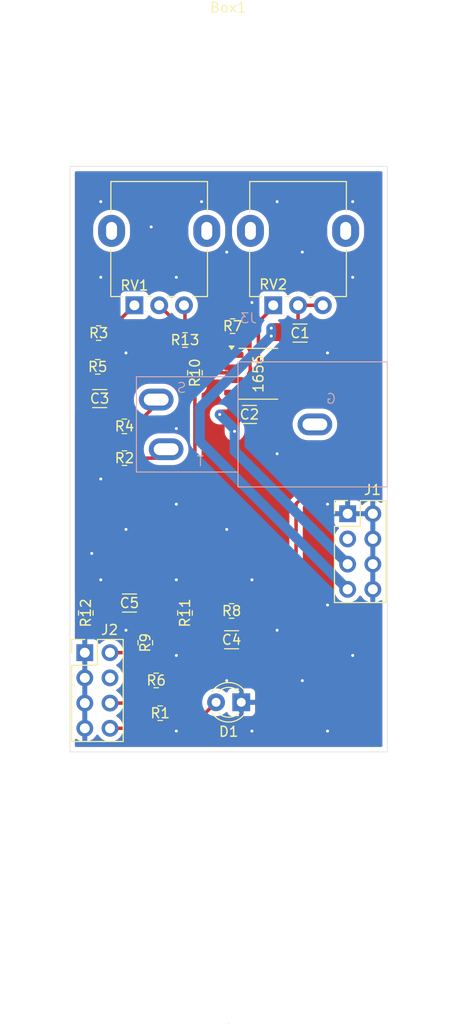
<source format=kicad_pcb>
(kicad_pcb (version 20240108) (generator "pcbnew") (generator_version "8.0")
  (layers (0 "F.Cu" jumper) (1 "In1.Cu" signal) (2 "In2.Cu" signal) (31 "B.Cu" signal) (34 "B.Paste" user) (35 "F.Paste" user) (36 "B.SilkS" user "B.Silkscreen") (37 "F.SilkS" user "F.Silkscreen") (38 "B.Mask" user) (39 "F.Mask" user) (44 "Edge.Cuts" user))
  (net 0 "")
  (net 1 "GND")
  (net 2 "VIN")
  (net 3 "+V")
  (net 4 "-V")
  (net 5 "LED")
  (net 6 "IN^{EFF}")
  (net 7 "Net-(U1B-OUT)")
  (net 8 "Net-(R3-Pad2)")
  (net 9 "Net-(C4-Pad2)")
  (net 10 "Net-(C3-Pad1)")
  (net 11 "Net-(D1-A)")
  (net 12 "Net-(C5-Pad2)")
  (net 13 "Net-(C5-Pad1)")
  (net 14 "Net-(C3-Pad2)")
  (net 15 "IN^{RAW}")
  (net 16 "OUT^{EFF}")
  (net 17 "IN^{2}")
  (net 18 "Net-(U1B--)")
  (net 19 "Net-(U1A-OUT)")
  (net 20 "Net-(R10-Pad2)")
  (net 21 "Net-(U1A--)")
  (net 22 "GND2")
  (footprint "Resistor_SMD:R_0805_2012Metric_Pad1.20x1.40mm_HandSolder" (layer "F.Cu") (at 185.6 109 -90)
    (property "Reference" "R12" (at 0 0 90) (layer "F.SilkS"))
    (property "Value" "470k")
    (fp_line (start -0.227064 0.735) (end 0.227064 0.735) (stroke (width 0.12)) (layer "F.SilkS"))
    (fp_line (start -0.227064 -0.735) (end 0.227064 -0.735) (stroke (width 0.12)) (layer "F.SilkS"))
    (pad "1" smd roundrect (at -1 0 270) (size 1.2 1.4) (layers "F.Cu" "F.Paste" "F.Mask") (roundrect_rratio 0.208333) (net 12 "Net-(C5-Pad2)"))
    (pad "2" smd roundrect (at 1 0 270) (size 1.2 1.4) (layers "F.Cu" "F.Paste" "F.Mask") (roundrect_rratio 0.208333) (net 1 "GND"))
  )
  (footprint "Resistor_SMD:R_0805_2012Metric_Pad1.20x1.40mm_HandSolder" (layer "F.Cu") (at 191.6 112 90)
    (property "Reference" "R9" (at 0 0 90) (layer "F.SilkS"))
    (property "Value" "10k")
    (fp_line (start -0.227064 -0.735) (end 0.227064 -0.735) (stroke (width 0.12)) (layer "F.SilkS"))
    (fp_line (start -0.227064 0.735) (end 0.227064 0.735) (stroke (width 0.12)) (layer "F.SilkS"))
    (pad "1" smd roundrect (at -1 0 90) (size 1.2 1.4) (layers "F.Cu" "F.Paste" "F.Mask") (roundrect_rratio 0.208333) (net 15 "IN^{RAW}"))
    (pad "2" smd roundrect (at 1 0 90) (size 1.2 1.4) (layers "F.Cu" "F.Paste" "F.Mask") (roundrect_rratio 0.208333) (net 13 "Net-(C5-Pad1)"))
  )
  (footprint "Capacitor_SMD:C_1206_3216Metric_Pad1.33x1.80mm_HandSolder" (layer "F.Cu") (at 190 108 180)
    (property "Reference" "C5" (at 0 0 0) (layer "F.SilkS"))
    (property "Value" "0.1uF")
    (fp_line (start -0.711252 0.91) (end 0.711252 0.91) (stroke (width 0.12)) (layer "F.SilkS"))
    (fp_line (start -0.711252 -0.91) (end 0.711252 -0.91) (stroke (width 0.12)) (layer "F.SilkS"))
    (pad "1" smd roundrect (at -1.5625 0 180) (size 1.325 1.8) (layers "F.Cu" "F.Paste" "F.Mask") (roundrect_rratio 0.188679) (net 13 "Net-(C5-Pad1)"))
    (pad "2" smd roundrect (at 1.5625 0 180) (size 1.325 1.8) (layers "F.Cu" "F.Paste" "F.Mask") (roundrect_rratio 0.188679) (net 12 "Net-(C5-Pad2)"))
  )
  (footprint "Capacitor_SMD:C_1206_3216Metric_Pad1.33x1.80mm_HandSolder" (layer "F.Cu") (at 207.2 80.8)
    (property "Reference" "C1" (at 0 0 0) (layer "F.SilkS"))
    (property "Value" "0.1uF")
    (fp_line (start -0.711252 -0.91) (end 0.711252 -0.91) (stroke (width 0.12)) (layer "F.SilkS"))
    (fp_line (start -0.711252 0.91) (end 0.711252 0.91) (stroke (width 0.12)) (layer "F.SilkS"))
    (pad "1" smd roundrect (at -1.5625 0) (size 1.325 1.8) (layers "F.Cu" "F.Paste" "F.Mask") (roundrect_rratio 0.188679) (net 3 "+V"))
    (pad "2" smd roundrect (at 1.5625 0) (size 1.325 1.8) (layers "F.Cu" "F.Paste" "F.Mask") (roundrect_rratio 0.188679) (net 1 "GND"))
  )
  (footprint "Resistor_SMD:R_0805_2012Metric_Pad1.20x1.40mm_HandSolder" (layer "F.Cu") (at 186.9 80.8)
    (property "Reference" "R3" (at 0 0 0) (layer "F.SilkS"))
    (property "Value" "10k")
    (fp_line (start -0.227064 -0.735) (end 0.227064 -0.735) (stroke (width 0.12)) (layer "F.SilkS"))
    (fp_line (start -0.227064 0.735) (end 0.227064 0.735) (stroke (width 0.12)) (layer "F.SilkS"))
    (pad "1" smd roundrect (at -1 0) (size 1.2 1.4) (layers "F.Cu" "F.Paste" "F.Mask") (roundrect_rratio 0.208333) (net 14 "Net-(C3-Pad2)"))
    (pad "2" smd roundrect (at 1 0) (size 1.2 1.4) (layers "F.Cu" "F.Paste" "F.Mask") (roundrect_rratio 0.208333) (net 8 "Net-(R3-Pad2)"))
  )
  (footprint "Connector_PinHeader_2.54mm:PinHeader_2x04_P2.54mm_Vertical" (layer "F.Cu") (at 185.5 113)
    (property "Reference" "J2" (at 2.5 -2.3 0) (layer "F.SilkS"))
    (property "Value" "Conn_02x04_Odd_Even")
    (fp_line (start -1.33 -1.33) (end 0 -1.33) (stroke (width 0.12)) (layer "F.SilkS"))
    (fp_line (start -1.33 0) (end -1.33 -1.33) (stroke (width 0.12)) (layer "F.SilkS"))
    (fp_line (start -1.33 1.27) (end -1.33 8.95) (stroke (width 0.12)) (layer "F.SilkS"))
    (fp_line (start -1.33 1.27) (end 1.27 1.27) (stroke (width 0.12)) (layer "F.SilkS"))
    (fp_line (start -1.33 8.95) (end 3.87 8.95) (stroke (width 0.12)) (layer "F.SilkS"))
    (fp_line (start 1.27 -1.33) (end 3.87 -1.33) (stroke (width 0.12)) (layer "F.SilkS"))
    (fp_line (start 1.27 1.27) (end 1.27 -1.33) (stroke (width 0.12)) (layer "F.SilkS"))
    (fp_line (start 3.87 -1.33) (end 3.87 8.95) (stroke (width 0.12)) (layer "F.SilkS"))
    (pad "1" thru_hole rect (at 0 0) (size 1.7 1.7) (drill 1) (layers "*.Cu" "*.Mask" "In3.Cu" "In4.Cu" "In5.Cu" "In6.Cu" "In7.Cu" "In8.Cu" "In9.Cu" "In10.Cu" "In11.Cu" "In12.Cu" "In13.Cu" "In14.Cu" "In15.Cu" "In16.Cu" "In17.Cu" "In18.Cu" "In19.Cu" "In20.Cu" "In21.Cu" "In22.Cu" "In23.Cu" "In24.Cu" "In25.Cu" "In26.Cu" "In27.Cu" "In28.Cu" "In29.Cu" "In30.Cu") (net 1 "GND"))
    (pad "2" thru_hole oval (at 2.54 0) (size 1.7 1.7) (drill 1) (layers "*.Cu" "*.Mask" "In3.Cu" "In4.Cu" "In5.Cu" "In6.Cu" "In7.Cu" "In8.Cu" "In9.Cu" "In10.Cu" "In11.Cu" "In12.Cu" "In13.Cu" "In14.Cu" "In15.Cu" "In16.Cu" "In17.Cu" "In18.Cu" "In19.Cu" "In20.Cu" "In21.Cu" "In22.Cu" "In23.Cu" "In24.Cu" "In25.Cu" "In26.Cu" "In27.Cu" "In28.Cu" "In29.Cu" "In30.Cu") (net 15 "IN^{RAW}"))
    (pad "3" thru_hole oval (at 0 2.54) (size 1.7 1.7) (drill 1) (layers "*.Cu" "*.Mask" "In3.Cu" "In4.Cu" "In5.Cu" "In6.Cu" "In7.Cu" "In8.Cu" "In9.Cu" "In10.Cu" "In11.Cu" "In12.Cu" "In13.Cu" "In14.Cu" "In15.Cu" "In16.Cu" "In17.Cu" "In18.Cu" "In19.Cu" "In20.Cu" "In21.Cu" "In22.Cu" "In23.Cu" "In24.Cu" "In25.Cu" "In26.Cu" "In27.Cu" "In28.Cu" "In29.Cu" "In30.Cu") (net 1 "GND"))
    (pad "4" thru_hole oval (at 2.54 2.54) (size 1.7 1.7) (drill 1) (layers "*.Cu" "*.Mask" "In3.Cu" "In4.Cu" "In5.Cu" "In6.Cu" "In7.Cu" "In8.Cu" "In9.Cu" "In10.Cu" "In11.Cu" "In12.Cu" "In13.Cu" "In14.Cu" "In15.Cu" "In16.Cu" "In17.Cu" "In18.Cu" "In19.Cu" "In20.Cu" "In21.Cu" "In22.Cu" "In23.Cu" "In24.Cu" "In25.Cu" "In26.Cu" "In27.Cu" "In28.Cu" "In29.Cu" "In30.Cu") (net 6 "IN^{EFF}"))
    (pad "5" thru_hole oval (at 0 5.08) (size 1.7 1.7) (drill 1) (layers "*.Cu" "*.Mask" "In3.Cu" "In4.Cu" "In5.Cu" "In6.Cu" "In7.Cu" "In8.Cu" "In9.Cu" "In10.Cu" "In11.Cu" "In12.Cu" "In13.Cu" "In14.Cu" "In15.Cu" "In16.Cu" "In17.Cu" "In18.Cu" "In19.Cu" "In20.Cu" "In21.Cu" "In22.Cu" "In23.Cu" "In24.Cu" "In25.Cu" "In26.Cu" "In27.Cu" "In28.Cu" "In29.Cu" "In30.Cu") (net 1 "GND"))
    (pad "6" thru_hole oval (at 2.54 5.08) (size 1.7 1.7) (drill 1) (layers "*.Cu" "*.Mask" "In3.Cu" "In4.Cu" "In5.Cu" "In6.Cu" "In7.Cu" "In8.Cu" "In9.Cu" "In10.Cu" "In11.Cu" "In12.Cu" "In13.Cu" "In14.Cu" "In15.Cu" "In16.Cu" "In17.Cu" "In18.Cu" "In19.Cu" "In20.Cu" "In21.Cu" "In22.Cu" "In23.Cu" "In24.Cu" "In25.Cu" "In26.Cu" "In27.Cu" "In28.Cu" "In29.Cu" "In30.Cu") (net 16 "OUT^{EFF}"))
    (pad "7" thru_hole oval (at 0 7.62) (size 1.7 1.7) (drill 1) (layers "*.Cu" "*.Mask" "In3.Cu" "In4.Cu" "In5.Cu" "In6.Cu" "In7.Cu" "In8.Cu" "In9.Cu" "In10.Cu" "In11.Cu" "In12.Cu" "In13.Cu" "In14.Cu" "In15.Cu" "In16.Cu" "In17.Cu" "In18.Cu" "In19.Cu" "In20.Cu" "In21.Cu" "In22.Cu" "In23.Cu" "In24.Cu" "In25.Cu" "In26.Cu" "In27.Cu" "In28.Cu" "In29.Cu" "In30.Cu") (net 1 "GND"))
    (pad "8" thru_hole oval (at 2.54 7.62) (size 1.7 1.7) (drill 1) (layers "*.Cu" "*.Mask" "In3.Cu" "In4.Cu" "In5.Cu" "In6.Cu" "In7.Cu" "In8.Cu" "In9.Cu" "In10.Cu" "In11.Cu" "In12.Cu" "In13.Cu" "In14.Cu" "In15.Cu" "In16.Cu" "In17.Cu" "In18.Cu" "In19.Cu" "In20.Cu" "In21.Cu" "In22.Cu" "In23.Cu" "In24.Cu" "In25.Cu" "In26.Cu" "In27.Cu" "In28.Cu" "In29.Cu" "In30.Cu") (net 5 "LED"))
  )
  (footprint "Connector_PinHeader_2.54mm:PinHeader_2x04_P2.54mm_Vertical" (layer "F.Cu") (at 212 99)
    (property "Reference" "J1" (at 2.5 -2.4 0) (layer "F.SilkS"))
    (property "Value" "Conn_02x04_Odd_Even")
    (fp_line (start -1.33 -1.33) (end 0 -1.33) (stroke (width 0.12)) (layer "F.SilkS"))
    (fp_line (start -1.33 0) (end -1.33 -1.33) (stroke (width 0.12)) (layer "F.SilkS"))
    (fp_line (start -1.33 1.27) (end -1.33 8.95) (stroke (width 0.12)) (layer "F.SilkS"))
    (fp_line (start -1.33 1.27) (end 1.27 1.27) (stroke (width 0.12)) (layer "F.SilkS"))
    (fp_line (start -1.33 8.95) (end 3.87 8.95) (stroke (width 0.12)) (layer "F.SilkS"))
    (fp_line (start 1.27 -1.33) (end 3.87 -1.33) (stroke (width 0.12)) (layer "F.SilkS"))
    (fp_line (start 1.27 1.27) (end 1.27 -1.33) (stroke (width 0.12)) (layer "F.SilkS"))
    (fp_line (start 3.87 -1.33) (end 3.87 8.95) (stroke (width 0.12)) (layer "F.SilkS"))
    (pad "1" thru_hole rect (at 0 0) (size 1.7 1.7) (drill 1) (layers "*.Cu" "*.Mask" "In3.Cu" "In4.Cu" "In5.Cu" "In6.Cu" "In7.Cu" "In8.Cu" "In9.Cu" "In10.Cu" "In11.Cu" "In12.Cu" "In13.Cu" "In14.Cu" "In15.Cu" "In16.Cu" "In17.Cu" "In18.Cu" "In19.Cu" "In20.Cu" "In21.Cu" "In22.Cu" "In23.Cu" "In24.Cu" "In25.Cu" "In26.Cu" "In27.Cu" "In28.Cu" "In29.Cu" "In30.Cu") (net 1 "GND"))
    (pad "2" thru_hole oval (at 2.54 0) (size 1.7 1.7) (drill 1) (layers "*.Cu" "*.Mask" "In3.Cu" "In4.Cu" "In5.Cu" "In6.Cu" "In7.Cu" "In8.Cu" "In9.Cu" "In10.Cu" "In11.Cu" "In12.Cu" "In13.Cu" "In14.Cu" "In15.Cu" "In16.Cu" "In17.Cu" "In18.Cu" "In19.Cu" "In20.Cu" "In21.Cu" "In22.Cu" "In23.Cu" "In24.Cu" "In25.Cu" "In26.Cu" "In27.Cu" "In28.Cu" "In29.Cu" "In30.Cu") (net 1 "GND"))
    (pad "3" thru_hole oval (at 0 2.54) (size 1.7 1.7) (drill 1) (layers "*.Cu" "*.Mask" "In3.Cu" "In4.Cu" "In5.Cu" "In6.Cu" "In7.Cu" "In8.Cu" "In9.Cu" "In10.Cu" "In11.Cu" "In12.Cu" "In13.Cu" "In14.Cu" "In15.Cu" "In16.Cu" "In17.Cu" "In18.Cu" "In19.Cu" "In20.Cu" "In21.Cu" "In22.Cu" "In23.Cu" "In24.Cu" "In25.Cu" "In26.Cu" "In27.Cu" "In28.Cu" "In29.Cu" "In30.Cu") (net 2 "VIN"))
    (pad "4" thru_hole oval (at 2.54 2.54) (size 1.7 1.7) (drill 1) (layers "*.Cu" "*.Mask" "In3.Cu" "In4.Cu" "In5.Cu" "In6.Cu" "In7.Cu" "In8.Cu" "In9.Cu" "In10.Cu" "In11.Cu" "In12.Cu" "In13.Cu" "In14.Cu" "In15.Cu" "In16.Cu" "In17.Cu" "In18.Cu" "In19.Cu" "In20.Cu" "In21.Cu" "In22.Cu" "In23.Cu" "In24.Cu" "In25.Cu" "In26.Cu" "In27.Cu" "In28.Cu" "In29.Cu" "In30.Cu") (net 1 "GND"))
    (pad "5" thru_hole oval (at 0 5.08) (size 1.7 1.7) (drill 1) (layers "*.Cu" "*.Mask" "In3.Cu" "In4.Cu" "In5.Cu" "In6.Cu" "In7.Cu" "In8.Cu" "In9.Cu" "In10.Cu" "In11.Cu" "In12.Cu" "In13.Cu" "In14.Cu" "In15.Cu" "In16.Cu" "In17.Cu" "In18.Cu" "In19.Cu" "In20.Cu" "In21.Cu" "In22.Cu" "In23.Cu" "In24.Cu" "In25.Cu" "In26.Cu" "In27.Cu" "In28.Cu" "In29.Cu" "In30.Cu") (net 4 "-V"))
    (pad "6" thru_hole oval (at 2.54 5.08) (size 1.7 1.7) (drill 1) (layers "*.Cu" "*.Mask" "In3.Cu" "In4.Cu" "In5.Cu" "In6.Cu" "In7.Cu" "In8.Cu" "In9.Cu" "In10.Cu" "In11.Cu" "In12.Cu" "In13.Cu" "In14.Cu" "In15.Cu" "In16.Cu" "In17.Cu" "In18.Cu" "In19.Cu" "In20.Cu" "In21.Cu" "In22.Cu" "In23.Cu" "In24.Cu" "In25.Cu" "In26.Cu" "In27.Cu" "In28.Cu" "In29.Cu" "In30.Cu") (net 1 "GND"))
    (pad "7" thru_hole oval (at 0 7.62) (size 1.7 1.7) (drill 1) (layers "*.Cu" "*.Mask" "In3.Cu" "In4.Cu" "In5.Cu" "In6.Cu" "In7.Cu" "In8.Cu" "In9.Cu" "In10.Cu" "In11.Cu" "In12.Cu" "In13.Cu" "In14.Cu" "In15.Cu" "In16.Cu" "In17.Cu" "In18.Cu" "In19.Cu" "In20.Cu" "In21.Cu" "In22.Cu" "In23.Cu" "In24.Cu" "In25.Cu" "In26.Cu" "In27.Cu" "In28.Cu" "In29.Cu" "In30.Cu") (net 3 "+V"))
    (pad "8" thru_hole oval (at 2.54 7.62) (size 1.7 1.7) (drill 1) (layers "*.Cu" "*.Mask" "In3.Cu" "In4.Cu" "In5.Cu" "In6.Cu" "In7.Cu" "In8.Cu" "In9.Cu" "In10.Cu" "In11.Cu" "In12.Cu" "In13.Cu" "In14.Cu" "In15.Cu" "In16.Cu" "In17.Cu" "In18.Cu" "In19.Cu" "In20.Cu" "In21.Cu" "In22.Cu" "In23.Cu" "In24.Cu" "In25.Cu" "In26.Cu" "In27.Cu" "In28.Cu" "In29.Cu" "In30.Cu") (net 1 "GND"))
  )
  (footprint "Resistor_SMD:R_0805_2012Metric_Pad1.20x1.40mm_HandSolder" (layer "F.Cu") (at 200.3 108.8)
    (property "Reference" "R8" (at 0 0 0) (layer "F.SilkS"))
    (property "Value" "470k")
    (fp_line (start -0.227064 -0.735) (end 0.227064 -0.735) (stroke (width 0.12)) (layer "F.SilkS"))
    (fp_line (start -0.227064 0.735) (end 0.227064 0.735) (stroke (width 0.12)) (layer "F.SilkS"))
    (pad "1" smd roundrect (at -1 0) (size 1.2 1.4) (layers "F.Cu" "F.Paste" "F.Mask") (roundrect_rratio 0.208333) (net 9 "Net-(C4-Pad2)"))
    (pad "2" smd roundrect (at 1 0) (size 1.2 1.4) (layers "F.Cu" "F.Paste" "F.Mask") (roundrect_rratio 0.208333) (net 1 "GND"))
  )
  (footprint "Resistor_SMD:R_0805_2012Metric_Pad1.20x1.40mm_HandSolder" (layer "F.Cu") (at 192.7 115.8 180)
    (property "Reference" "R6" (at 0 0 0) (layer "F.SilkS"))
    (property "Value" "10k")
    (fp_line (start -0.227064 0.735) (end 0.227064 0.735) (stroke (width 0.12)) (layer "F.SilkS"))
    (fp_line (start -0.227064 -0.735) (end 0.227064 -0.735) (stroke (width 0.12)) (layer "F.SilkS"))
    (pad "1" smd roundrect (at -1 0 180) (size 1.2 1.4) (layers "F.Cu" "F.Paste" "F.Mask") (roundrect_rratio 0.208333) (net 9 "Net-(C4-Pad2)"))
    (pad "2" smd roundrect (at 1 0 180) (size 1.2 1.4) (layers "F.Cu" "F.Paste" "F.Mask") (roundrect_rratio 0.208333) (net 16 "OUT^{EFF}"))
  )
  (footprint "Mylib:1590A" (layer "F.Cu") (at 200 100)
    (property "Reference" "Box1" (at -0.05 -52 0) (layer "F.SilkS") (effects (font (thickness 0.1))))
    (property "Value" "1590A")
    (fp_line (start 0.05 50.375) (end 0.05 50.375) (stroke (width 0.1)) (layer "F.SilkS"))
  )
  (footprint "Resistor_SMD:R_0805_2012Metric_Pad1.20x1.40mm_HandSolder" (layer "F.Cu") (at 200.4 80.1)
    (property "Reference" "R7" (at 0 0 0) (layer "F.SilkS"))
    (property "Value" "10k")
    (fp_line (start -0.227064 -0.735) (end 0.227064 -0.735) (stroke (width 0.12)) (layer "F.SilkS"))
    (fp_line (start -0.227064 0.735) (end 0.227064 0.735) (stroke (width 0.12)) (layer "F.SilkS"))
    (pad "1" smd roundrect (at -1 0) (size 1.2 1.4) (layers "F.Cu" "F.Paste" "F.Mask") (roundrect_rratio 0.208333) (net 19 "Net-(U1A-OUT)"))
    (pad "2" smd roundrect (at 1 0) (size 1.2 1.4) (layers "F.Cu" "F.Paste" "F.Mask") (roundrect_rratio 0.208333) (net 18 "Net-(U1B--)"))
  )
  (footprint "Capacitor_SMD:C_1206_3216Metric_Pad1.33x1.80mm_HandSolder" (layer "F.Cu") (at 202.1 89)
    (property "Reference" "C2" (at 0 0 0) (layer "F.SilkS"))
    (property "Value" "0.1uF")
    (fp_line (start -0.711252 -0.91) (end 0.711252 -0.91) (stroke (width 0.12)) (layer "F.SilkS"))
    (fp_line (start -0.711252 0.91) (end 0.711252 0.91) (stroke (width 0.12)) (layer "F.SilkS"))
    (pad "1" smd roundrect (at -1.5625 0) (size 1.325 1.8) (layers "F.Cu" "F.Paste" "F.Mask") (roundrect_rratio 0.188679) (net 4 "-V"))
    (pad "2" smd roundrect (at 1.5625 0) (size 1.325 1.8) (layers "F.Cu" "F.Paste" "F.Mask") (roundrect_rratio 0.188679) (net 1 "GND"))
  )
  (footprint "Resistor_SMD:R_0805_2012Metric_Pad1.20x1.40mm_HandSolder" (layer "F.Cu") (at 195.6 81.5)
    (property "Reference" "R13" (at 0 0 0) (layer "F.SilkS"))
    (property "Value" "10k")
    (fp_line (start -0.227064 -0.735) (end 0.227064 -0.735) (stroke (width 0.12)) (layer "F.SilkS"))
    (fp_line (start -0.227064 0.735) (end 0.227064 0.735) (stroke (width 0.12)) (layer "F.SilkS"))
    (pad "1" smd roundrect (at -1 0) (size 1.2 1.4) (layers "F.Cu" "F.Paste" "F.Mask") (roundrect_rratio 0.208333) (net 21 "Net-(U1A--)"))
    (pad "2" smd roundrect (at 1 0) (size 1.2 1.4) (layers "F.Cu" "F.Paste" "F.Mask") (roundrect_rratio 0.208333) (net 19 "Net-(U1A-OUT)"))
  )
  (footprint "LED_THT:LED_D3.0mm" (layer "F.Cu") (at 201.275 118 180)
    (property "Reference" "D1" (at 1.27 -2.96 180) (layer "F.SilkS"))
    (property "Value" "LED")
    (fp_line (start -0.29 1.08) (end -0.29 1.236) (stroke (width 0.12)) (layer "F.SilkS"))
    (fp_line (start -0.29 -1.236) (end -0.29 -1.08) (stroke (width 0.12)) (layer "F.SilkS"))
    (fp_arc (start 2.941397 1.080061) (mid 1.365624 1.987701) (end -0.29 1.235516) (stroke (width 0.12)) (layer "F.SilkS"))
    (fp_arc (start 2.31091 1.080049) (mid 1.269964 1.5) (end 0.229039 1.08) (stroke (width 0.12)) (layer "F.SilkS"))
    (fp_arc (start 0.229039 -1.08) (mid 1.269964 -1.5) (end 2.31091 -1.080049) (stroke (width 0.12)) (layer "F.SilkS"))
    (fp_arc (start -0.29 -1.235516) (mid 1.365624 -1.987701) (end 2.941397 -1.080061) (stroke (width 0.12)) (layer "F.SilkS"))
    (pad "1" thru_hole rect (at 0 0 180) (size 1.8 1.8) (drill 0.9) (layers "*.Cu" "*.Mask" "In3.Cu" "In4.Cu" "In5.Cu" "In6.Cu" "In7.Cu" "In8.Cu" "In9.Cu" "In10.Cu" "In11.Cu" "In12.Cu" "In13.Cu" "In14.Cu" "In15.Cu" "In16.Cu" "In17.Cu" "In18.Cu" "In19.Cu" "In20.Cu" "In21.Cu" "In22.Cu" "In23.Cu" "In24.Cu" "In25.Cu" "In26.Cu" "In27.Cu" "In28.Cu" "In29.Cu" "In30.Cu") (net 1 "GND"))
    (pad "2" thru_hole circle (at 2.54 0 180) (size 1.8 1.8) (drill 0.9) (layers "*.Cu" "*.Mask" "In3.Cu" "In4.Cu" "In5.Cu" "In6.Cu" "In7.Cu" "In8.Cu" "In9.Cu" "In10.Cu" "In11.Cu" "In12.Cu" "In13.Cu" "In14.Cu" "In15.Cu" "In16.Cu" "In17.Cu" "In18.Cu" "In19.Cu" "In20.Cu" "In21.Cu" "In22.Cu" "In23.Cu" "In24.Cu" "In25.Cu" "In26.Cu" "In27.Cu" "In28.Cu" "In29.Cu" "In30.Cu") (net 11 "Net-(D1-A)"))
  )
  (footprint "Resistor_SMD:R_0805_2012Metric_Pad1.20x1.40mm_HandSolder" (layer "F.Cu") (at 189.5 90.2)
    (property "Reference" "R4" (at 0 0 0) (layer "F.SilkS"))
    (property "Value" "1M0")
    (fp_line (start -0.227064 -0.735) (end 0.227064 -0.735) (stroke (width 0.12)) (layer "F.SilkS"))
    (fp_line (start -0.227064 0.735) (end 0.227064 0.735) (stroke (width 0.12)) (layer "F.SilkS"))
    (pad "1" smd roundrect (at -1 0) (size 1.2 1.4) (layers "F.Cu" "F.Paste" "F.Mask") (roundrect_rratio 0.208333) (net 10 "Net-(C3-Pad1)"))
    (pad "2" smd roundrect (at 1 0) (size 1.2 1.4) (layers "F.Cu" "F.Paste" "F.Mask") (roundrect_rratio 0.208333) (net 22 "GND2"))
  )
  (footprint "Potentiometer_THT:Potentiometer_Alpha_RD901F-40-00D_Single_Vertical" (layer "F.Cu") (at 190.5 78 90)
    (property "Reference" "RV1" (at 2 0 180) (layer "F.SilkS"))
    (property "Value" "B10k")
    (fp_line (start 0.88 -2.38) (end 5.6 -2.38) (stroke (width 0.12)) (layer "F.SilkS"))
    (fp_line (start 9.41 -2.37) (end 12.47 -2.37) (stroke (width 0.12)) (layer "F.SilkS"))
    (fp_line (start 0.88 -1.19) (end 0.88 -2.37) (stroke (width 0.12)) (layer "F.SilkS"))
    (fp_line (start 0.88 1.71) (end 0.88 1.18) (stroke (width 0.12)) (layer "F.SilkS"))
    (fp_line (start 0.88 4.16) (end 0.88 3.33) (stroke (width 0.12)) (layer "F.SilkS"))
    (fp_line (start 12.47 7.37) (end 12.47 -2.37) (stroke (width 0.12)) (layer "F.SilkS"))
    (fp_line (start 9.41 7.37) (end 12.47 7.37) (stroke (width 0.12)) (layer "F.SilkS"))
    (fp_line (start 0.88 7.37) (end 0.88 5.88) (stroke (width 0.12)) (layer "F.SilkS"))
    (fp_line (start 0.88 7.37) (end 5.6 7.37) (stroke (width 0.12)) (layer "F.SilkS"))
    (pad "" thru_hole oval (at 7.5 -2.3 180) (size 2.72 3.24) (drill oval 1.1 1.8) (layers "*.Cu" "*.Mask" "In3.Cu" "In4.Cu" "In5.Cu" "In6.Cu" "In7.Cu" "In8.Cu" "In9.Cu" "In10.Cu" "In11.Cu" "In12.Cu" "In13.Cu" "In14.Cu" "In15.Cu" "In16.Cu" "In17.Cu" "In18.Cu" "In19.Cu" "In20.Cu" "In21.Cu" "In22.Cu" "In23.Cu" "In24.Cu" "In25.Cu" "In26.Cu" "In27.Cu" "In28.Cu" "In29.Cu" "In30.Cu"))
    (pad "" thru_hole oval (at 7.5 7.3 180) (size 2.72 3.24) (drill oval 1.1 1.8) (layers "*.Cu" "*.Mask" "In3.Cu" "In4.Cu" "In5.Cu" "In6.Cu" "In7.Cu" "In8.Cu" "In9.Cu" "In10.Cu" "In11.Cu" "In12.Cu" "In13.Cu" "In14.Cu" "In15.Cu" "In16.Cu" "In17.Cu" "In18.Cu" "In19.Cu" "In20.Cu" "In21.Cu" "In22.Cu" "In23.Cu" "In24.Cu" "In25.Cu" "In26.Cu" "In27.Cu" "In28.Cu" "In29.Cu" "In30.Cu"))
    (pad "1" thru_hole rect (at 0 0 180) (size 1.8 1.8) (drill 1) (layers "*.Cu" "*.Mask" "In3.Cu" "In4.Cu" "In5.Cu" "In6.Cu" "In7.Cu" "In8.Cu" "In9.Cu" "In10.Cu" "In11.Cu" "In12.Cu" "In13.Cu" "In14.Cu" "In15.Cu" "In16.Cu" "In17.Cu" "In18.Cu" "In19.Cu" "In20.Cu" "In21.Cu" "In22.Cu" "In23.Cu" "In24.Cu" "In25.Cu" "In26.Cu" "In27.Cu" "In28.Cu" "In29.Cu" "In30.Cu") (net 8 "Net-(R3-Pad2)"))
    (pad "2" thru_hole circle (at 0 2.5 180) (size 1.8 1.8) (drill 1) (layers "*.Cu" "*.Mask" "In3.Cu" "In4.Cu" "In5.Cu" "In6.Cu" "In7.Cu" "In8.Cu" "In9.Cu" "In10.Cu" "In11.Cu" "In12.Cu" "In13.Cu" "In14.Cu" "In15.Cu" "In16.Cu" "In17.Cu" "In18.Cu" "In19.Cu" "In20.Cu" "In21.Cu" "In22.Cu" "In23.Cu" "In24.Cu" "In25.Cu" "In26.Cu" "In27.Cu" "In28.Cu" "In29.Cu" "In30.Cu") (net 21 "Net-(U1A--)"))
    (pad "3" thru_hole circle (at 0 5 180) (size 1.8 1.8) (drill 1) (layers "*.Cu" "*.Mask" "In3.Cu" "In4.Cu" "In5.Cu" "In6.Cu" "In7.Cu" "In8.Cu" "In9.Cu" "In10.Cu" "In11.Cu" "In12.Cu" "In13.Cu" "In14.Cu" "In15.Cu" "In16.Cu" "In17.Cu" "In18.Cu" "In19.Cu" "In20.Cu" "In21.Cu" "In22.Cu" "In23.Cu" "In24.Cu" "In25.Cu" "In26.Cu" "In27.Cu" "In28.Cu" "In29.Cu" "In30.Cu") (net 20 "Net-(R10-Pad2)"))
  )
  (footprint "Potentiometer_THT:Potentiometer_Alpha_RD901F-40-00D_Single_Vertical" (layer "F.Cu") (at 204.5 78 90)
    (property "Reference" "RV2" (at 2.1 0 180) (layer "F.SilkS"))
    (property "Value" "A25k")
    (fp_line (start 0.88 -2.38) (end 5.6 -2.38) (stroke (width 0.12)) (layer "F.SilkS"))
    (fp_line (start 9.41 -2.37) (end 12.47 -2.37) (stroke (width 0.12)) (layer "F.SilkS"))
    (fp_line (start 0.88 -1.19) (end 0.88 -2.37) (stroke (width 0.12)) (layer "F.SilkS"))
    (fp_line (start 0.88 1.71) (end 0.88 1.18) (stroke (width 0.12)) (layer "F.SilkS"))
    (fp_line (start 0.88 4.16) (end 0.88 3.33) (stroke (width 0.12)) (layer "F.SilkS"))
    (fp_line (start 12.47 7.37) (end 12.47 -2.37) (stroke (width 0.12)) (layer "F.SilkS"))
    (fp_line (start 9.41 7.37) (end 12.47 7.37) (stroke (width 0.12)) (layer "F.SilkS"))
    (fp_line (start 0.88 7.37) (end 0.88 5.88) (stroke (width 0.12)) (layer "F.SilkS"))
    (fp_line (start 0.88 7.37) (end 5.6 7.37) (stroke (width 0.12)) (layer "F.SilkS"))
    (pad "" thru_hole oval (at 7.5 -2.3 180) (size 2.72 3.24) (drill oval 1.1 1.8) (layers "*.Cu" "*.Mask" "In3.Cu" "In4.Cu" "In5.Cu" "In6.Cu" "In7.Cu" "In8.Cu" "In9.Cu" "In10.Cu" "In11.Cu" "In12.Cu" "In13.Cu" "In14.Cu" "In15.Cu" "In16.Cu" "In17.Cu" "In18.Cu" "In19.Cu" "In20.Cu" "In21.Cu" "In22.Cu" "In23.Cu" "In24.Cu" "In25.Cu" "In26.Cu" "In27.Cu" "In28.Cu" "In29.Cu" "In30.Cu"))
    (pad "" thru_hole oval (at 7.5 7.3 180) (size 2.72 3.24) (drill oval 1.1 1.8) (layers "*.Cu" "*.Mask" "In3.Cu" "In4.Cu" "In5.Cu" "In6.Cu" "In7.Cu" "In8.Cu" "In9.Cu" "In10.Cu" "In11.Cu" "In12.Cu" "In13.Cu" "In14.Cu" "In15.Cu" "In16.Cu" "In17.Cu" "In18.Cu" "In19.Cu" "In20.Cu" "In21.Cu" "In22.Cu" "In23.Cu" "In24.Cu" "In25.Cu" "In26.Cu" "In27.Cu" "In28.Cu" "In29.Cu" "In30.Cu"))
    (pad "1" thru_hole rect (at 0 0 180) (size 1.8 1.8) (drill 1) (layers "*.Cu" "*.Mask" "In3.Cu" "In4.Cu" "In5.Cu" "In6.Cu" "In7.Cu" "In8.Cu" "In9.Cu" "In10.Cu" "In11.Cu" "In12.Cu" "In13.Cu" "In14.Cu" "In15.Cu" "In16.Cu" "In17.Cu" "In18.Cu" "In19.Cu" "In20.Cu" "In21.Cu" "In22.Cu" "In23.Cu" "In24.Cu" "In25.Cu" "In26.Cu" "In27.Cu" "In28.Cu" "In29.Cu" "In30.Cu") (net 18 "Net-(U1B--)"))
    (pad "2" thru_hole circle (at 0 2.5 180) (size 1.8 1.8) (drill 1) (layers "*.Cu" "*.Mask" "In3.Cu" "In4.Cu" "In5.Cu" "In6.Cu" "In7.Cu" "In8.Cu" "In9.Cu" "In10.Cu" "In11.Cu" "In12.Cu" "In13.Cu" "In14.Cu" "In15.Cu" "In16.Cu" "In17.Cu" "In18.Cu" "In19.Cu" "In20.Cu" "In21.Cu" "In22.Cu" "In23.Cu" "In24.Cu" "In25.Cu" "In26.Cu" "In27.Cu" "In28.Cu" "In29.Cu" "In30.Cu") (net 7 "Net-(U1B-OUT)"))
    (pad "3" thru_hole circle (at 0 5 180) (size 1.8 1.8) (drill 1) (layers "*.Cu" "*.Mask" "In3.Cu" "In4.Cu" "In5.Cu" "In6.Cu" "In7.Cu" "In8.Cu" "In9.Cu" "In10.Cu" "In11.Cu" "In12.Cu" "In13.Cu" "In14.Cu" "In15.Cu" "In16.Cu" "In17.Cu" "In18.Cu" "In19.Cu" "In20.Cu" "In21.Cu" "In22.Cu" "In23.Cu" "In24.Cu" "In25.Cu" "In26.Cu" "In27.Cu" "In28.Cu" "In29.Cu" "In30.Cu") (net 7 "Net-(U1B-OUT)"))
  )
  (footprint "Resistor_SMD:R_0805_2012Metric_Pad1.20x1.40mm_HandSolder" (layer "F.Cu") (at 189.5 93.4 180)
    (property "Reference" "R2" (at 0 0 0) (layer "F.SilkS"))
    (property "Value" "10k")
    (fp_line (start -0.227064 0.735) (end 0.227064 0.735) (stroke (width 0.12)) (layer "F.SilkS"))
    (fp_line (start -0.227064 -0.735) (end 0.227064 -0.735) (stroke (width 0.12)) (layer "F.SilkS"))
    (pad "1" smd roundrect (at -1 0 180) (size 1.2 1.4) (layers "F.Cu" "F.Paste" "F.Mask") (roundrect_rratio 0.208333) (net 17 "IN^{2}"))
    (pad "2" smd roundrect (at 1 0 180) (size 1.2 1.4) (layers "F.Cu" "F.Paste" "F.Mask") (roundrect_rratio 0.208333) (net 10 "Net-(C3-Pad1)"))
  )
  (footprint "Package_SO:SOIC-8_3.9x4.9mm_P1.27mm" (layer "F.Cu") (at 203 84.9)
    (property "Reference" "U1" (hide yes))
    (property "Value" "OPA1656")
    (property "Name" "1656" (at 0 0 90) (layer "F.SilkS"))
    (fp_line (start 0 -2.56) (end -1.95 -2.56) (stroke (width 0.12)) (layer "F.SilkS"))
    (fp_line (start 0 -2.56) (end 1.95 -2.56) (stroke (width 0.12)) (layer "F.SilkS"))
    (fp_line (start 0 2.56) (end -1.95 2.56) (stroke (width 0.12)) (layer "F.SilkS"))
    (fp_line (start 0 2.56) (end 1.95 2.56) (stroke (width 0.12)) (layer "F.SilkS"))
    (fp_poly (pts (xy -2.7 -2.465) (xy -2.94 -2.795) (xy -2.46 -2.795) (xy -2.7 -2.465)) (stroke (width 0.12)) (fill solid) (layer "F.SilkS"))
    (pad "1" smd roundrect (at -2.475 -1.905) (size 1.95 0.6) (layers "F.Cu" "F.Paste" "F.Mask") (net 19 "Net-(U1A-OUT)"))
    (pad "2" smd roundrect (at -2.475 -0.635) (size 1.95 0.6) (layers "F.Cu" "F.Paste" "F.Mask") (net 21 "Net-(U1A--)"))
    (pad "3" smd roundrect (at -2.475 0.635) (size 1.95 0.6) (layers "F.Cu" "F.Paste" "F.Mask") (net 1 "GND"))
    (pad "4" smd roundrect (at -2.475 1.905) (size 1.95 0.6) (layers "F.Cu" "F.Paste" "F.Mask") (net 4 "-V"))
    (pad "5" smd roundrect (at 2.475 1.905) (size 1.95 0.6) (layers "F.Cu" "F.Paste" "F.Mask") (net 1 "GND"))
    (pad "6" smd roundrect (at 2.475 0.635) (size 1.95 0.6) (layers "F.Cu" "F.Paste" "F.Mask") (net 18 "Net-(U1B--)"))
    (pad "7" smd roundrect (at 2.475 -0.635) (size 1.95 0.6) (layers "F.Cu" "F.Paste" "F.Mask") (net 7 "Net-(U1B-OUT)"))
    (pad "8" smd roundrect (at 2.475 -1.905) (size 1.95 0.6) (layers "F.Cu" "F.Paste" "F.Mask") (net 3 "+V"))
  )
  (footprint "Capacitor_SMD:C_1206_3216Metric_Pad1.33x1.80mm_HandSolder" (layer "F.Cu") (at 200.3 111.7 180)
    (property "Reference" "C4" (at 0 0 0) (layer "F.SilkS"))
    (property "Value" "1uF")
    (fp_line (start -0.711252 0.91) (end 0.711252 0.91) (stroke (width 0.12)) (layer "F.SilkS"))
    (fp_line (start -0.711252 -0.91) (end 0.711252 -0.91) (stroke (width 0.12)) (layer "F.SilkS"))
    (pad "1" smd roundrect (at -1.5625 0 180) (size 1.325 1.8) (layers "F.Cu" "F.Paste" "F.Mask") (roundrect_rratio 0.188679) (net 7 "Net-(U1B-OUT)"))
    (pad "2" smd roundrect (at 1.5625 0 180) (size 1.325 1.8) (layers "F.Cu" "F.Paste" "F.Mask") (roundrect_rratio 0.188679) (net 9 "Net-(C4-Pad2)"))
  )
  (footprint "Resistor_SMD:R_0805_2012Metric_Pad1.20x1.40mm_HandSolder" (layer "F.Cu") (at 196.6 84.8 90)
    (property "Reference" "R10" (at 0 0 90) (layer "F.SilkS"))
    (property "Value" "10k")
    (fp_line (start -0.227064 -0.735) (end 0.227064 -0.735) (stroke (width 0.12)) (layer "F.SilkS"))
    (fp_line (start -0.227064 0.735) (end 0.227064 0.735) (stroke (width 0.12)) (layer "F.SilkS"))
    (pad "1" smd roundrect (at -1 0 90) (size 1.2 1.4) (layers "F.Cu" "F.Paste" "F.Mask") (roundrect_rratio 0.208333) (net 12 "Net-(C5-Pad2)"))
    (pad "2" smd roundrect (at 1 0 90) (size 1.2 1.4) (layers "F.Cu" "F.Paste" "F.Mask") (roundrect_rratio 0.208333) (net 20 "Net-(R10-Pad2)"))
  )
  (footprint "Resistor_SMD:R_0805_2012Metric_Pad1.20x1.40mm_HandSolder" (layer "F.Cu") (at 195.6 109 -90)
    (property "Reference" "R11" (at 0 0 90) (layer "F.SilkS"))
    (property "Value" "1M0")
    (fp_line (start -0.227064 0.735) (end 0.227064 0.735) (stroke (width 0.12)) (layer "F.SilkS"))
    (fp_line (start -0.227064 -0.735) (end 0.227064 -0.735) (stroke (width 0.12)) (layer "F.SilkS"))
    (pad "1" smd roundrect (at -1 0 270) (size 1.2 1.4) (layers "F.Cu" "F.Paste" "F.Mask") (roundrect_rratio 0.208333) (net 13 "Net-(C5-Pad1)"))
    (pad "2" smd roundrect (at 1 0 270) (size 1.2 1.4) (layers "F.Cu" "F.Paste" "F.Mask") (roundrect_rratio 0.208333) (net 1 "GND"))
  )
  (footprint "Resistor_SMD:R_0805_2012Metric_Pad1.20x1.40mm_HandSolder" (layer "F.Cu") (at 193.1 119.1)
    (property "Reference" "R1" (at 0 0 0) (layer "F.SilkS"))
    (property "Value" "10k")
    (fp_line (start -0.227064 -0.735) (end 0.227064 -0.735) (stroke (width 0.12)) (layer "F.SilkS"))
    (fp_line (start -0.227064 0.735) (end 0.227064 0.735) (stroke (width 0.12)) (layer "F.SilkS"))
    (pad "1" smd roundrect (at -1 0) (size 1.2 1.4) (layers "F.Cu" "F.Paste" "F.Mask") (roundrect_rratio 0.208333) (net 5 "LED"))
    (pad "2" smd roundrect (at 1 0) (size 1.2 1.4) (layers "F.Cu" "F.Paste" "F.Mask") (roundrect_rratio 0.208333) (net 11 "Net-(D1-A)"))
  )
  (footprint "Resistor_SMD:R_0805_2012Metric_Pad1.20x1.40mm_HandSolder" (layer "F.Cu") (at 186.8 84.2)
    (property "Reference" "R5" (at 0 0 0) (layer "F.SilkS"))
    (property "Value" "470k")
    (fp_line (start -0.227064 -0.735) (end 0.227064 -0.735) (stroke (width 0.12)) (layer "F.SilkS"))
    (fp_line (start -0.227064 0.735) (end 0.227064 0.735) (stroke (width 0.12)) (layer "F.SilkS"))
    (pad "1" smd roundrect (at -1 0) (size 1.2 1.4) (layers "F.Cu" "F.Paste" "F.Mask") (roundrect_rratio 0.208333) (net 14 "Net-(C3-Pad2)"))
    (pad "2" smd roundrect (at 1 0) (size 1.2 1.4) (layers "F.Cu" "F.Paste" "F.Mask") (roundrect_rratio 0.208333) (net 1 "GND"))
  )
  (footprint "Capacitor_SMD:C_1206_3216Metric_Pad1.33x1.80mm_HandSolder" (layer "F.Cu") (at 187 87.4 180)
    (property "Reference" "C3" (at 0 0 0) (layer "F.SilkS"))
    (property "Value" "0.1uF")
    (fp_line (start -0.711252 0.91) (end 0.711252 0.91) (stroke (width 0.12)) (layer "F.SilkS"))
    (fp_line (start -0.711252 -0.91) (end 0.711252 -0.91) (stroke (width 0.12)) (layer "F.SilkS"))
    (pad "1" smd roundrect (at -1.5625 0 180) (size 1.325 1.8) (layers "F.Cu" "F.Paste" "F.Mask") (roundrect_rratio 0.188679) (net 10 "Net-(C3-Pad1)"))
    (pad "2" smd roundrect (at 1.5625 0 180) (size 1.325 1.8) (layers "F.Cu" "F.Paste" "F.Mask") (roundrect_rratio 0.188679) (net 14 "Net-(C3-Pad2)"))
  )
  (footprint "Mylib:CK-6.35" (layer "B.Cu") (at 203.2 90 180)
    (property "Reference" "J3" (at 1.2 10.7 0) (layer "B.SilkS") (effects (font (thickness 0.1)) (justify mirror)))
    (property "Value" "AudioJack2_Ground")
    (fp_rect (start 2.25 4.8) (end 12.5 -4.8) (stroke (width 0.1)) (fill none) (layer "B.SilkS"))
    (fp_rect (start -12.8 6.3) (end 2.25 -6.3) (stroke (width 0.1)) (fill none) (layer "B.SilkS"))
    (fp_text user "G" (at -7.7 2 0) (layer "B.SilkS") (effects (font (thickness 0.1)) (justify left bottom mirror)))
    (fp_text user "T" (at 5.6 -4.3 0) (layer "B.SilkS") (effects (font (thickness 0.1)) (justify left bottom mirror)))
    (fp_text user "S" (at 7.4 3.1 0) (layer "B.SilkS") (effects (font (thickness 0.1)) (justify left bottom mirror)))
    (pad "G" thru_hole oval (at -5.5 0 180) (size 3.5 2.2) (drill oval 2.5 1.2) (layers "*.Cu" "*.Mask" "In3.Cu" "In4.Cu" "In5.Cu" "In6.Cu" "In7.Cu" "In8.Cu" "In9.Cu" "In10.Cu" "In11.Cu" "In12.Cu" "In13.Cu" "In14.Cu" "In15.Cu" "In16.Cu" "In17.Cu" "In18.Cu" "In19.Cu" "In20.Cu" "In21.Cu" "In22.Cu" "In23.Cu" "In24.Cu" "In25.Cu" "In26.Cu" "In27.Cu" "In28.Cu" "In29.Cu" "In30.Cu") (net 22 "GND2"))
    (pad "S" thru_hole oval (at 10.5 2.5 180) (size 3.5 2.2) (drill oval 2.5 1.2) (layers "*.Cu" "*.Mask" "In3.Cu" "In4.Cu" "In5.Cu" "In6.Cu" "In7.Cu" "In8.Cu" "In9.Cu" "In10.Cu" "In11.Cu" "In12.Cu" "In13.Cu" "In14.Cu" "In15.Cu" "In16.Cu" "In17.Cu" "In18.Cu" "In19.Cu" "In20.Cu" "In21.Cu" "In22.Cu" "In23.Cu" "In24.Cu" "In25.Cu" "In26.Cu" "In27.Cu" "In28.Cu" "In29.Cu" "In30.Cu") (net 22 "GND2"))
    (pad "T" thru_hole oval (at 9.5 -2.5 180) (size 3.5 2.2) (drill oval 2.5 1.2) (layers "*.Cu" "*.Mask" "In3.Cu" "In4.Cu" "In5.Cu" "In6.Cu" "In7.Cu" "In8.Cu" "In9.Cu" "In10.Cu" "In11.Cu" "In12.Cu" "In13.Cu" "In14.Cu" "In15.Cu" "In16.Cu" "In17.Cu" "In18.Cu" "In19.Cu" "In20.Cu" "In21.Cu" "In22.Cu" "In23.Cu" "In24.Cu" "In25.Cu" "In26.Cu" "In27.Cu" "In28.Cu" "In29.Cu" "In30.Cu") (net 17 "IN^{2}"))
  )
  (gr_rect (start 184 64) (end 216 123) (stroke (width 0.05)) (fill none) (layer "Edge.Cuts"))
  (via (at 212.51 75.1795) (size 0.6) (drill 0.3) (layers "F.Cu" "B.Cu") (net 1))
  (via (at 197.27 67.5595) (size 0.6) (drill 0.3) (layers "F.Cu" "B.Cu") (net 1))
  (via (at 187.11 105.6595) (size 0.6) (drill 0.3) (layers "F.Cu" "B.Cu") (net 1))
  (via (at 202.35 120.8995) (size 0.6) (drill 0.3) (layers "F.Cu" "B.Cu") (net 1))
  (via (at 194.73 105.6595) (size 0.6) (drill 0.3) (layers "F.Cu" "B.Cu") (net 1))
  (via (at 209.97 82.7995) (size 0.6) (drill 0.3) (layers "F.Cu" "B.Cu") (net 1))
  (via (at 199.81 100.5795) (size 0.6) (drill 0.3) (layers "F.Cu" "B.Cu") (net 1))
  (via (at 194.73 90.4195) (size 0.6) (drill 0.3) (layers "F.Cu" "B.Cu") (net 1))
  (via (at 207.43 115.8195) (size 0.6) (drill 0.3) (layers "F.Cu" "B.Cu") (net 1))
  (via (at 186.2 103) (size 0.6) (drill 0.3) (layers "F.Cu" "B.Cu") (net 1))
  (via (at 194.73 120.8995) (size 0.6) (drill 0.3) (layers "F.Cu" "B.Cu") (net 1))
  (via (at 187.11 67.5595) (size 0.6) (drill 0.3) (layers "F.Cu" "B.Cu") (net 1))
  (via (at 187.11 95.4995) (size 0.6) (drill 0.3) (layers "F.Cu" "B.Cu") (net 1))
  (via (at 189.65 100.5795) (size 0.6) (drill 0.3) (layers "F.Cu" "B.Cu") (net 1))
  (via (at 194.73 113.2795) (size 0.6) (drill 0.3) (layers "F.Cu" "B.Cu") (net 1))
  (via (at 204.89 110.7395) (size 0.6) (drill 0.3) (layers "F.Cu" "B.Cu") (net 1))
  (via (at 192.19 70.0995) (size 0.6) (drill 0.3) (layers "F.Cu" "B.Cu") (net 1))
  (via (at 207.43 72.6395) (size 0.6) (drill 0.3) (layers "F.Cu" "B.Cu") (net 1))
  (via (at 194.73 98.0395) (size 0.6) (drill 0.3) (layers "F.Cu" "B.Cu") (net 1))
  (via (at 189.65 82.7995) (size 0.6) (drill 0.3) (layers "F.Cu" "B.Cu") (net 1))
  (via (at 194.73 75.1795) (size 0.6) (drill 0.3) (layers "F.Cu" "B.Cu") (net 1))
  (via (at 189.65 110.7395) (size 0.6) (drill 0.3) (layers "F.Cu" "B.Cu") (net 1))
  (via (at 209.97 120.8995) (size 0.6) (drill 0.3) (layers "F.Cu" "B.Cu") (net 1))
  (via (at 212.51 113.2795) (size 0.6) (drill 0.3) (layers "F.Cu" "B.Cu") (net 1))
  (via (at 202.35 105.6595) (size 0.6) (drill 0.3) (layers "F.Cu" "B.Cu") (net 1))
  (via (at 199.81 115.8195) (size 0.6) (drill 0.3) (layers "F.Cu" "B.Cu") (net 1))
  (via (at 199.81 72.6395) (size 0.6) (drill 0.3) (layers "F.Cu" "B.Cu") (net 1))
  (via (at 209.97 108.1995) (size 0.6) (drill 0.3) (layers "F.Cu" "B.Cu") (net 1))
  (via (at 212.51 67.5595) (size 0.6) (drill 0.3) (layers "F.Cu" "B.Cu") (net 1))
  (via (at 204.89 67.5595) (size 0.6) (drill 0.3) (layers "F.Cu" "B.Cu") (net 1))
  (via (at 202.35 77.7195) (size 0.6) (drill 0.3) (layers "F.Cu" "B.Cu") (net 1))
  (via (at 204.89 92.9595) (size 0.6) (drill 0.3) (layers "F.Cu" "B.Cu") (net 1))
  (via (at 209.97 98.0395) (size 0.6) (drill 0.3) (layers "F.Cu" "B.Cu") (net 1))
  (via (at 187.11 75.1795) (size 0.6) (drill 0.3) (layers "F.Cu" "B.Cu") (net 1))
  (segment (start 204.3 81.1) (end 205.3375 81.1) (width 1) (layer "F.Cu") (net 3))
  (segment (start 205.6375 82.8325) (end 205.475 82.995) (width 0.35) (layer "F.Cu") (net 3))
  (segment (start 205.6375 80.8) (end 205.6375 82.8325) (width 0.5) (layer "F.Cu") (net 3))
  (segment (start 205.3375 81.1) (end 205.6375 80.8) (width 1) (layer "F.Cu") (net 3))
  (segment (start 204.3 80.3) (end 205.1375 80.3) (width 1) (layer "F.Cu") (net 3))
  (segment (start 205.1375 80.3) (end 205.6375 80.8) (width 1) (layer "F.Cu") (net 3))
  (via (at 204.3 81.1) (size 0.6) (drill 0.3) (layers "F.Cu" "B.Cu") (net 3))
  (via (at 204.3 80.3) (size 0.6) (drill 0.3) (layers "F.Cu" "B.Cu") (net 3))
  (segment (start 197.1 91.72) (end 197.1 88.3) (width 1) (layer "B.Cu") (net 3))
  (segment (start 204.3 81.1) (end 204.3 80.3) (width 1) (layer "B.Cu") (net 3))
  (segment (start 212 106.62) (end 197.1 91.72) (width 1) (layer "B.Cu") (net 3))
  (segment (start 197.1 88.3) (end 204.3 81.1) (width 1) (layer "B.Cu") (net 3))
  (segment (start 200.6 90.7) (end 200.6 89.0625) (width 1) (layer "F.Cu") (net 4))
  (segment (start 199.1 89) (end 200.5375 89) (width 1) (layer "F.Cu") (net 4))
  (segment (start 200.5375 86.8175) (end 200.525 86.805) (width 0.35) (layer "F.Cu") (net 4))
  (segment (start 200.5375 89) (end 200.5375 86.8175) (width 0.5) (layer "F.Cu") (net 4))
  (segment (start 200.6 89.0625) (end 200.5375 89) (width 1) (layer "F.Cu") (net 4))
  (via (at 200.6 90.7) (size 0.6) (drill 0.3) (layers "F.Cu" "B.Cu") (net 4))
  (via (at 199.1 89) (size 0.6) (drill 0.3) (layers "F.Cu" "B.Cu") (net 4))
  (segment (start 200.6 90.7) (end 200.6 90.5) (width 1) (layer "B.Cu") (net 4))
  (segment (start 212 104.08) (end 200.6 92.68) (width 1) (layer "B.Cu") (net 4))
  (segment (start 200.6 92.68) (end 200.6 90.7) (width 1) (layer "B.Cu") (net 4))
  (segment (start 199.1 89) (end 200.6 90.5) (width 1) (layer "B.Cu") (net 4))
  (segment (start 190.58 120.62) (end 192.1 119.1) (width 0.35) (layer "F.Cu") (net 5))
  (segment (start 190.58 120.62) (end 188.04 120.62) (width 0.35) (layer "F.Cu") (net 5))
  (segment (start 201.8625 111.7) (end 206.8 106.7625) (width 0.35) (layer "F.Cu") (net 7))
  (segment (start 206.8 106.7625) (end 206.8 98) (width 0.35) (layer "F.Cu") (net 7))
  (segment (start 206.5575 84.1575) (end 207 83.714999) (width 0.35) (layer "F.Cu") (net 7))
  (segment (start 212.9 89) (end 208.0575 84.1575) (width 0.35) (layer "F.Cu") (net 7))
  (segment (start 208.0575 84.1575) (end 206.5575 84.1575) (width 0.35) (layer "F.Cu") (net 7))
  (segment (start 207 83.714999) (end 207 78) (width 0.35) (layer "F.Cu") (net 7))
  (segment (start 205.475 84.265) (end 206.449999 84.265) (width 0.35) (layer "F.Cu") (net 7))
  (segment (start 206.449999 84.265) (end 206.5575 84.1575) (width 0.35) (layer "F.Cu") (net 7))
  (segment (start 212.9 91.9) (end 212.9 89) (width 0.35) (layer "F.Cu") (net 7))
  (segment (start 207 78) (end 209.5 78) (width 0.35) (layer "F.Cu") (net 7))
  (segment (start 206.8 98) (end 212.9 91.9) (width 0.35) (layer "F.Cu") (net 7))
  (segment (start 187.9 80.8) (end 187.9 80.6) (width 0.35) (layer "F.Cu") (net 8))
  (segment (start 187.9 80.6) (end 190.5 78) (width 0.35) (layer "F.Cu") (net 8))
  (segment (start 194.6375 115.8) (end 198.7375 111.7) (width 0.35) (layer "F.Cu") (net 9))
  (segment (start 198.7375 111.7) (end 198.7375 109.3625) (width 0.35) (layer "F.Cu") (net 9))
  (segment (start 193.7 115.8) (end 194.6375 115.8) (width 0.35) (layer "F.Cu") (net 9))
  (segment (start 198.7375 109.3625) (end 199.3 108.8) (width 0.35) (layer "F.Cu") (net 9))
  (segment (start 188.5 87.4625) (end 188.5625 87.4) (width 0.35) (layer "F.Cu") (net 10))
  (segment (start 188.5 93.4) (end 188.5 90.2) (width 0.35) (layer "F.Cu") (net 10))
  (segment (start 188.5 90.2) (end 188.5 87.4625) (width 0.35) (layer "F.Cu") (net 10))
  (segment (start 194.1 119.1) (end 197.635 119.1) (width 0.35) (layer "F.Cu") (net 11))
  (segment (start 197.635 119.1) (end 198.735 118) (width 0.35) (layer "F.Cu") (net 11))
  (segment (start 196.6 99.8375) (end 196.6 85.8) (width 0.35) (layer "F.Cu") (net 12))
  (segment (start 188.4375 108) (end 196.6 99.8375) (width 0.35) (layer "F.Cu") (net 12))
  (segment (start 185.6 108) (end 188.4375 108) (width 0.35) (layer "F.Cu") (net 12))
  (segment (start 191.6 108.0375) (end 191.5625 108) (width 0.35) (layer "F.Cu") (net 13))
  (segment (start 191.5625 108) (end 195.6 108) (width 0.35) (layer "F.Cu") (net 13))
  (segment (start 191.6 111) (end 191.6 108.0375) (width 0.35) (layer "F.Cu") (net 13))
  (segment (start 185.4375 87.4) (end 185.4375 84.5625) (width 0.35) (layer "F.Cu") (net 14))
  (segment (start 185.4375 84.5625) (end 185.8 84.2) (width 0.35) (layer "F.Cu") (net 14))
  (segment (start 185.8 84.2) (end 185.8 80.9) (width 0.35) (layer "F.Cu") (net 14))
  (segment (start 185.8 80.9) (end 185.9 80.8) (width 0.35) (layer "F.Cu") (net 14))
  (segment (start 188.04 113) (end 191.6 113) (width 0.35) (layer "F.Cu") (net 15))
  (segment (start 188.04 118.08) (end 189.42 118.08) (width 0.35) (layer "F.Cu") (net 16))
  (segment (start 189.42 118.08) (end 191.7 115.8) (width 0.35) (layer "F.Cu") (net 16))
  (segment (start 190.5 93.4) (end 192.8 93.4) (width 0.35) (layer "F.Cu") (net 17))
  (segment (start 192.8 93.4) (end 193.7 92.5) (width 0.35) (layer "F.Cu") (net 17))
  (segment (start 202.6 80.1) (end 201.4 80.1) (width 0.35) (layer "F.Cu") (net 18))
  (segment (start 204.5 78.2) (end 204.5 78) (width 0.35) (layer "F.Cu") (net 18))
  (segment (start 204.500001 85.535) (end 203 84.034999) (width 0.35) (layer "F.Cu") (net 18))
  (segment (start 203 80.5) (end 202.6 80.1) (width 0.35) (layer "F.Cu") (net 18))
  (segment (start 203 84.034999) (end 203 80.5) (width 0.35) (layer "F.Cu") (net 18))
  (segment (start 202.6 80.1) (end 204.5 78.2) (width 0.35) (layer "F.Cu") (net 18))
  (segment (start 205.475 85.535) (end 204.500001 85.535) (width 0.35) (layer "F.Cu") (net 18))
  (segment (start 200.525 82.995) (end 200.525 81.225) (width 0.35) (layer "F.Cu") (net 19))
  (segment (start 198 81.5) (end 199.4 80.1) (width 0.35) (layer "F.Cu") (net 19))
  (segment (start 200.525 81.225) (end 199.4 80.1) (width 0.35) (layer "F.Cu") (net 19))
  (segment (start 196.6 81.5) (end 198 81.5) (width 0.35) (layer "F.Cu") (net 19))
  (segment (start 195.6 82.8) (end 195.6 78.1) (width 0.35) (layer "F.Cu") (net 20))
  (segment (start 196.6 83.8) (end 195.6 82.8) (width 0.35) (layer "F.Cu") (net 20))
  (segment (start 195.6 78.1) (end 195.5 78) (width 0.35) (layer "F.Cu") (net 20))
  (segment (start 200.525 84.265) (end 199.99 84.8) (width 0.35) (layer "F.Cu") (net 21))
  (segment (start 199.99 84.8) (end 195.8 84.8) (width 0.35) (layer "F.Cu") (net 21))
  (segment (start 194.6 79.6) (end 193 78) (width 0.35) (layer "F.Cu") (net 21))
  (segment (start 194.6 81.5) (end 194.6 79.6) (width 0.35) (layer "F.Cu") (net 21))
  (segment (start 195.8 84.8) (end 194.6 83.6) (width 0.35) (layer "F.Cu") (net 21))
  (segment (start 194.6 83.6) (end 194.6 81.5) (width 0.35) (layer "F.Cu") (net 21))
  (segment (start 192.7 88) (end 192.7 87.5) (width 0.35) (layer "F.Cu") (net 22))
  (segment (start 190.5 90.2) (end 192.7 88) (width 0.35) (layer "F.Cu") (net 22))
  (zone (net 1) (net_name "GND") (layers "F.Cu" "In1.Cu" "In2.Cu" "B.Cu") (connect_pads (clearance 0.5)) (min_thickness 0.25) (fill yes (thermal_gap 0.5) (thermal_bridge_width 0.5) (smoothing fillet) (radius 1))
    (polygon (pts (xy 180.8 53.7) (xy 219.3 53.7) (xy 219.3 146.3) (xy 180.8 146.4)))
  )
)
</source>
